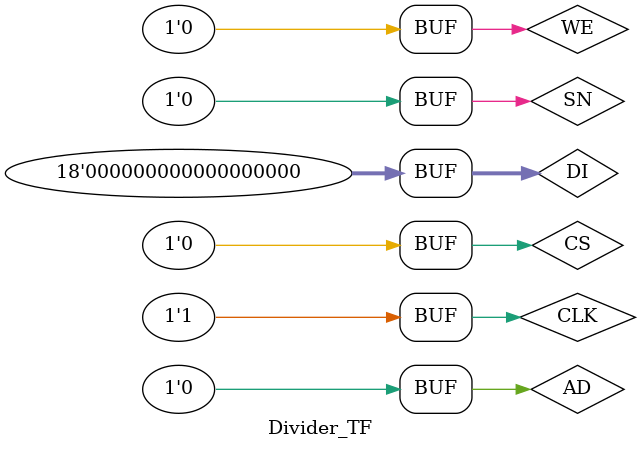
<source format=v>
`timescale 1ns / 1ps

module Divider_TF;

    // Inputs
    reg CLK;
    reg CS;
    reg WE;
    reg SN;
    reg AD;
    reg [17:0] DI;

    // Outputs
    wire DONE;
    wire [17:0] DO;

    // Instantiate the Unit Under Test (UUT)
    Divider uut (
        .CLK(CLK),
        .CS(CS),
        .WE(WE),
        .SN(SN),
        .AD(AD),
        .DI(DI),
        .DO(DO),
        .DONE(DONE)
    );

    initial begin
        // Initialize Inputs
        CLK = 0;
        CS = 0;
        WE = 0;
        SN = 1;
        AD = 0;
        DI = 0;

        // Wait 100 ns for global reset to finish
        #15;
        
        //------------------------------------------------------------------------------------------
        #5 CLK = 0; #10 CLK = 1; #5;
        #5 CLK = 0; #10 CLK = 1; #5;

        // 23 / 5 -> 4R3
        CS = 1;
        WE = 1;
        AD = 0;
        DI = 18'd23;
        #5 CLK = 0; #10 CLK = 1; #5;
        AD = 1;
        DI = 18'd5;
        #5 CLK = 0; #10 CLK = 1; #5;
        DI = 0;
        CS = 0;
        WE = 0;

        repeat (18) begin
            #5 CLK = 0; #10 CLK = 1; #5;
        end

        if (DO != 18'o000003) $display("Rem error 1");
        AD = 0;
        #5 CLK = 0; #10 CLK = 1; #5;
        if (DO != 18'o000004) $display("Quo error 1");

        // 23 / -5 -> -4R3
        CS = 1;
        WE = 1;
        AD = 0;
        DI = 18'd23;
        #5 CLK = 0; #10 CLK = 1; #5;
        AD = 1;
        DI = -(18'd5);
        #5 CLK = 0; #10 CLK = 1; #5;
        DI = 0;
        CS = 0;
        WE = 0;

        repeat (18) begin
            #5 CLK = 0; #10 CLK = 1; #5;
        end

        if (DO != 18'o000003) $display("Rem error 2");
        AD = 0;
        #5 CLK = 0; #10 CLK = 1; #5;
        if (DO != 18'o777774) $display("Quo error 2");

        // // -23 / 5 -> -4R-3
        CS = 1;
        WE = 1;
        AD = 0;
        DI = -(18'd23);
        #5 CLK = 0; #10 CLK = 1; #5;
        AD = 1;
        DI = 18'd5;
        #5 CLK = 0; #10 CLK = 1; #5;
        DI = 0;
        CS = 0;
        WE = 0;

        repeat (18) begin
            #5 CLK = 0; #10 CLK = 1; #5;
        end

        if (DO != 18'o777775) $display("Rem error 3");
        AD = 0;
        #5 CLK = 0; #10 CLK = 1; #5;
        if (DO != 18'o777774) $display("Quo error 3");

        // -23 / -5 -> 4R-3
        CS = 1;
        WE = 1;
        AD = 0;
        DI = -(18'd23);
        #5 CLK = 0; #10 CLK = 1; #5;
        AD = 1;
        DI = -(18'd5);
        #5 CLK = 0; #10 CLK = 1; #5;
        DI = 0;
        CS = 0;
        WE = 0;

        repeat (18) begin
            #5 CLK = 0; #10 CLK = 1; #5;
        end

        if (DO != 18'o777775) $display("Rem error 4");
        AD = 0;
        #5 CLK = 0; #10 CLK = 1; #5;
        if (DO != 18'o000004) $display("Quo error 4");

        // 200050 / 500 -> 400R50
        SN = 0;
        CS = 1;
        WE = 1;
        AD = 0;
        DI = 18'd200050;
        #5 CLK = 0; #10 CLK = 1; #5;
        AD = 1;
        DI = 18'd500;
        #5 CLK = 0; #10 CLK = 1; #5;
        DI = 0;
        CS = 0;
        WE = 0;

        repeat (18) begin
            #5 CLK = 0; #10 CLK = 1; #5;
        end

        if (DO != 18'd50) $display("Rem error 5");
        AD = 0;
        #5 CLK = 0; #10 CLK = 1; #5;
        if (DO != 18'd400) $display("Quo error 5");

        // 500 / 200050 -> 0R500
        SN = 0;
        CS = 1;
        WE = 1;
        AD = 0;
        DI = 18'd500;
        #5 CLK = 0; #10 CLK = 1; #5;
        AD = 1;
        DI = 18'd200050;
        #5 CLK = 0; #10 CLK = 1; #5;
        DI = 0;
        CS = 0;
        WE = 0;

        repeat (18) begin
            #5 CLK = 0; #10 CLK = 1; #5;
        end

        if (DO != 18'd500) $display("Rem error 6");
        AD = 0;
        #5 CLK = 0; #10 CLK = 1; #5;
        if (DO != 18'd0) $display("Quo error 6");

    end
      
endmodule


</source>
